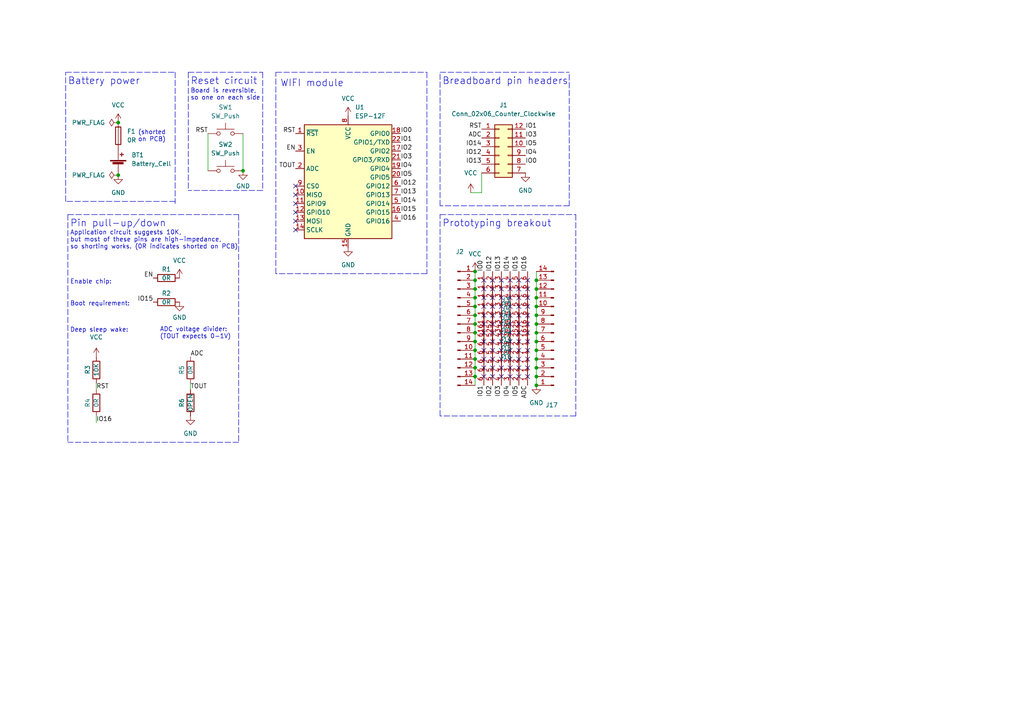
<source format=kicad_sch>
(kicad_sch (version 20211123) (generator eeschema)
  (paper "A4")
  (lib_symbols
    (symbol "Connector:Conn_01x06_Male" (pin_names (offset 1.016) hide)
      (property "Reference" "J" (at 0 7.62 0))
      (property "Value" "Conn_01x06_Male" (at 0 -10.16 0))
      (symbol "Conn_01x06_Male_1_1"
        (polyline (pts (xy 1.27 -7.62) (xy 0.8636 -7.62)) (stroke (width 0.1524)))
        (polyline (pts (xy 1.27 -5.08) (xy 0.8636 -5.08)) (stroke (width 0.1524)))
        (polyline (pts (xy 1.27 -2.54) (xy 0.8636 -2.54)) (stroke (width 0.1524)))
        (polyline (pts (xy 1.27 0) (xy 0.8636 0)) (stroke (width 0.1524)))
        (polyline (pts (xy 1.27 2.54) (xy 0.8636 2.54)) (stroke (width 0.1524)))
        (polyline (pts (xy 1.27 5.08) (xy 0.8636 5.08)) (stroke (width 0.1524)))
        (rectangle (start 0.8636 -7.493) (end 0 -7.747) (stroke (width 0.1524)) (fill (type outline)))
        (rectangle (start 0.8636 -4.953) (end 0 -5.207) (stroke (width 0.1524)) (fill (type outline)))
        (rectangle (start 0.8636 -2.413) (end 0 -2.667) (stroke (width 0.1524)) (fill (type outline)))
        (rectangle (start 0.8636 0.127) (end 0 -0.127) (stroke (width 0.1524)) (fill (type outline)))
        (rectangle (start 0.8636 2.667) (end 0 2.413) (stroke (width 0.1524)) (fill (type outline)))
        (rectangle (start 0.8636 5.207) (end 0 4.953) (stroke (width 0.1524)) (fill (type outline)))
        (pin passive line (at 5.08 5.08 180) (length 3.81) (name "Pin_1") (number "1"))
        (pin passive line (at 5.08 2.54 180) (length 3.81) (name "Pin_2") (number "2"))
        (pin passive line (at 5.08 0 180) (length 3.81) (name "Pin_3") (number "3"))
        (pin passive line (at 5.08 -2.54 180) (length 3.81) (name "Pin_4") (number "4"))
        (pin passive line (at 5.08 -5.08 180) (length 3.81) (name "Pin_5") (number "5"))
        (pin passive line (at 5.08 -7.62 180) (length 3.81) (name "Pin_6") (number "6"))
      )
    )
    (symbol "Connector:Conn_01x14_Male" (pin_names (offset 1.016) hide)
      (property "Reference" "J" (at 0 17.78 0))
      (property "Value" "Conn_01x14_Male" (at 0 -20.32 0))
      (symbol "Conn_01x14_Male_1_1"
        (polyline (pts (xy 1.27 -17.78) (xy 0.8636 -17.78)) (stroke (width 0.1524)))
        (polyline (pts (xy 1.27 -15.24) (xy 0.8636 -15.24)) (stroke (width 0.1524)))
        (polyline (pts (xy 1.27 -12.7) (xy 0.8636 -12.7)) (stroke (width 0.1524)))
        (polyline (pts (xy 1.27 -10.16) (xy 0.8636 -10.16)) (stroke (width 0.1524)))
        (polyline (pts (xy 1.27 -7.62) (xy 0.8636 -7.62)) (stroke (width 0.1524)))
        (polyline (pts (xy 1.27 -5.08) (xy 0.8636 -5.08)) (stroke (width 0.1524)))
        (polyline (pts (xy 1.27 -2.54) (xy 0.8636 -2.54)) (stroke (width 0.1524)))
        (polyline (pts (xy 1.27 0) (xy 0.8636 0)) (stroke (width 0.1524)))
        (polyline (pts (xy 1.27 2.54) (xy 0.8636 2.54)) (stroke (width 0.1524)))
        (polyline (pts (xy 1.27 5.08) (xy 0.8636 5.08)) (stroke (width 0.1524)))
        (polyline (pts (xy 1.27 7.62) (xy 0.8636 7.62)) (stroke (width 0.1524)))
        (polyline (pts (xy 1.27 10.16) (xy 0.8636 10.16)) (stroke (width 0.1524)))
        (polyline (pts (xy 1.27 12.7) (xy 0.8636 12.7)) (stroke (width 0.1524)))
        (polyline (pts (xy 1.27 15.24) (xy 0.8636 15.24)) (stroke (width 0.1524)))
        (rectangle (start 0.8636 -17.653) (end 0 -17.907) (stroke (width 0.1524)) (fill (type outline)))
        (rectangle (start 0.8636 -15.113) (end 0 -15.367) (stroke (width 0.1524)) (fill (type outline)))
        (rectangle (start 0.8636 -12.573) (end 0 -12.827) (stroke (width 0.1524)) (fill (type outline)))
        (rectangle (start 0.8636 -10.033) (end 0 -10.287) (stroke (width 0.1524)) (fill (type outline)))
        (rectangle (start 0.8636 -7.493) (end 0 -7.747) (stroke (width 0.1524)) (fill (type outline)))
        (rectangle (start 0.8636 -4.953) (end 0 -5.207) (stroke (width 0.1524)) (fill (type outline)))
        (rectangle (start 0.8636 -2.413) (end 0 -2.667) (stroke (width 0.1524)) (fill (type outline)))
        (rectangle (start 0.8636 0.127) (end 0 -0.127) (stroke (width 0.1524)) (fill (type outline)))
        (rectangle (start 0.8636 2.667) (end 0 2.413) (stroke (width 0.1524)) (fill (type outline)))
        (rectangle (start 0.8636 5.207) (end 0 4.953) (stroke (width 0.1524)) (fill (type outline)))
        (rectangle (start 0.8636 7.747) (end 0 7.493) (stroke (width 0.1524)) (fill (type outline)))
        (rectangle (start 0.8636 10.287) (end 0 10.033) (stroke (width 0.1524)) (fill (type outline)))
        (rectangle (start 0.8636 12.827) (end 0 12.573) (stroke (width 0.1524)) (fill (type outline)))
        (rectangle (start 0.8636 15.367) (end 0 15.113) (stroke (width 0.1524)) (fill (type outline)))
        (pin passive line (at 5.08 15.24 180) (length 3.81) (name "Pin_1") (number "1"))
        (pin passive line (at 5.08 -7.62 180) (length 3.81) (name "Pin_10") (number "10"))
        (pin passive line (at 5.08 -10.16 180) (length 3.81) (name "Pin_11") (number "11"))
        (pin passive line (at 5.08 -12.7 180) (length 3.81) (name "Pin_12") (number "12"))
        (pin passive line (at 5.08 -15.24 180) (length 3.81) (name "Pin_13") (number "13"))
        (pin passive line (at 5.08 -17.78 180) (length 3.81) (name "Pin_14") (number "14"))
        (pin passive line (at 5.08 12.7 180) (length 3.81) (name "Pin_2") (number "2"))
        (pin passive line (at 5.08 10.16 180) (length 3.81) (name "Pin_3") (number "3"))
        (pin passive line (at 5.08 7.62 180) (length 3.81) (name "Pin_4") (number "4"))
        (pin passive line (at 5.08 5.08 180) (length 3.81) (name "Pin_5") (number "5"))
        (pin passive line (at 5.08 2.54 180) (length 3.81) (name "Pin_6") (number "6"))
        (pin passive line (at 5.08 0 180) (length 3.81) (name "Pin_7") (number "7"))
        (pin passive line (at 5.08 -2.54 180) (length 3.81) (name "Pin_8") (number "8"))
        (pin passive line (at 5.08 -5.08 180) (length 3.81) (name "Pin_9") (number "9"))
      )
    )
    (symbol "Connector_Generic:Conn_02x06_Counter_Clockwise" (pin_names (offset 1.016) hide)
      (property "Reference" "J" (at 1.27 7.62 0))
      (property "Value" "Conn_02x06_Counter_Clockwise" (at 1.27 -10.16 0))
      (symbol "Conn_02x06_Counter_Clockwise_1_1"
        (rectangle (start -1.27 -7.493) (end 0 -7.747) (stroke (width 0.1524)))
        (rectangle (start -1.27 -4.953) (end 0 -5.207) (stroke (width 0.1524)))
        (rectangle (start -1.27 -2.413) (end 0 -2.667) (stroke (width 0.1524)))
        (rectangle (start -1.27 0.127) (end 0 -0.127) (stroke (width 0.1524)))
        (rectangle (start -1.27 2.667) (end 0 2.413) (stroke (width 0.1524)))
        (rectangle (start -1.27 5.207) (end 0 4.953) (stroke (width 0.1524)))
        (rectangle (start -1.27 6.35) (end 3.81 -8.89) (stroke (width 0.254)) (fill (type background)))
        (rectangle (start 3.81 -7.493) (end 2.54 -7.747) (stroke (width 0.1524)))
        (rectangle (start 3.81 -4.953) (end 2.54 -5.207) (stroke (width 0.1524)))
        (rectangle (start 3.81 -2.413) (end 2.54 -2.667) (stroke (width 0.1524)))
        (rectangle (start 3.81 0.127) (end 2.54 -0.127) (stroke (width 0.1524)))
        (rectangle (start 3.81 2.667) (end 2.54 2.413) (stroke (width 0.1524)))
        (rectangle (start 3.81 5.207) (end 2.54 4.953) (stroke (width 0.1524)))
        (pin passive line (at -5.08 5.08 0) (length 3.81) (name "Pin_1") (number "1"))
        (pin passive line (at 7.62 0 180) (length 3.81) (name "Pin_10") (number "10"))
        (pin passive line (at 7.62 2.54 180) (length 3.81) (name "Pin_11") (number "11"))
        (pin passive line (at 7.62 5.08 180) (length 3.81) (name "Pin_12") (number "12"))
        (pin passive line (at -5.08 2.54 0) (length 3.81) (name "Pin_2") (number "2"))
        (pin passive line (at -5.08 0 0) (length 3.81) (name "Pin_3") (number "3"))
        (pin passive line (at -5.08 -2.54 0) (length 3.81) (name "Pin_4") (number "4"))
        (pin passive line (at -5.08 -5.08 0) (length 3.81) (name "Pin_5") (number "5"))
        (pin passive line (at -5.08 -7.62 0) (length 3.81) (name "Pin_6") (number "6"))
        (pin passive line (at 7.62 -7.62 180) (length 3.81) (name "Pin_7") (number "7"))
        (pin passive line (at 7.62 -5.08 180) (length 3.81) (name "Pin_8") (number "8"))
        (pin passive line (at 7.62 -2.54 180) (length 3.81) (name "Pin_9") (number "9"))
      )
    )
    (symbol "Device:Battery_Cell" (pin_numbers hide) (pin_names (offset 0) hide)
      (property "Reference" "BT" (at 2.54 2.54 0))
      (property "Value" "Battery_Cell" (at 2.54 0 0))
      (symbol "Battery_Cell_0_1"
        (rectangle (start -2.286 1.778) (end 2.286 1.524) (fill (type outline)))
        (rectangle (start -1.5748 1.1938) (end 1.4732 0.6858) (fill (type outline)))
        (polyline (pts (xy 0 0.762) (xy 0 0)))
        (polyline (pts (xy 0 1.778) (xy 0 2.54)))
        (polyline (pts (xy 0.508 3.429) (xy 1.524 3.429)) (stroke (width 0.254)))
        (polyline (pts (xy 1.016 3.937) (xy 1.016 2.921)) (stroke (width 0.254)))
      )
      (symbol "Battery_Cell_1_1"
        (pin passive line (at 0 5.08 270) (length 2.54) (name "+") (number "1"))
        (pin passive line (at 0 -2.54 90) (length 2.54) (name "-") (number "2"))
      )
    )
    (symbol "Device:Fuse" (pin_numbers hide) (pin_names (offset 0))
      (property "Reference" "F" (at 2.032 0 90))
      (property "Value" "Fuse" (at -1.905 0 90))
      (symbol "Fuse_0_1"
        (rectangle (start -0.762 -2.54) (end 0.762 2.54) (stroke (width 0.254)))
        (polyline (pts (xy 0 2.54) (xy 0 -2.54)))
      )
      (symbol "Fuse_1_1"
        (pin passive line (at 0 3.81 270) (length 1.27) (name "~") (number "1"))
        (pin passive line (at 0 -3.81 90) (length 1.27) (name "~") (number "2"))
      )
    )
    (symbol "Device:R" (pin_numbers hide) (pin_names (offset 0))
      (property "Reference" "R" (at 2.032 0 90))
      (property "Value" "R" (at 0 0 90))
      (symbol "R_0_1"
        (rectangle (start -1.016 -2.54) (end 1.016 2.54) (stroke (width 0.254)))
      )
      (symbol "R_1_1"
        (pin passive line (at 0 3.81 270) (length 1.27) (name "~") (number "1"))
        (pin passive line (at 0 -3.81 90) (length 1.27) (name "~") (number "2"))
      )
    )
    (symbol "RF_Module:ESP-12F"
      (property "Reference" "U" (at -12.7 19.05 0))
      (property "Value" "ESP-12F" (at 12.7 19.05 0))
      (symbol "ESP-12F_0_1"
        (rectangle (start -12.7 17.78) (end 12.7 -15.24) (stroke (width 0.254)) (fill (type background)))
      )
      (symbol "ESP-12F_1_1"
        (pin input line (at -15.24 15.24 0) (length 2.54) (name "~{RST}") (number "1"))
        (pin bidirectional line (at -15.24 -2.54 0) (length 2.54) (name "MISO") (number "10"))
        (pin bidirectional line (at -15.24 -5.08 0) (length 2.54) (name "GPIO9") (number "11"))
        (pin bidirectional line (at -15.24 -7.62 0) (length 2.54) (name "GPIO10") (number "12"))
        (pin bidirectional line (at -15.24 -10.16 0) (length 2.54) (name "MOSI") (number "13"))
        (pin bidirectional line (at -15.24 -12.7 0) (length 2.54) (name "SCLK") (number "14"))
        (pin power_in line (at 0 -17.78 90) (length 2.54) (name "GND") (number "15"))
        (pin bidirectional line (at 15.24 -7.62 180) (length 2.54) (name "GPIO15") (number "16"))
        (pin bidirectional line (at 15.24 10.16 180) (length 2.54) (name "GPIO2") (number "17"))
        (pin bidirectional line (at 15.24 15.24 180) (length 2.54) (name "GPIO0") (number "18"))
        (pin bidirectional line (at 15.24 5.08 180) (length 2.54) (name "GPIO4") (number "19"))
        (pin input line (at -15.24 5.08 0) (length 2.54) (name "ADC") (number "2"))
        (pin bidirectional line (at 15.24 2.54 180) (length 2.54) (name "GPIO5") (number "20"))
        (pin bidirectional line (at 15.24 7.62 180) (length 2.54) (name "GPIO3/RXD") (number "21"))
        (pin bidirectional line (at 15.24 12.7 180) (length 2.54) (name "GPIO1/TXD") (number "22"))
        (pin input line (at -15.24 10.16 0) (length 2.54) (name "EN") (number "3"))
        (pin bidirectional line (at 15.24 -10.16 180) (length 2.54) (name "GPIO16") (number "4"))
        (pin bidirectional line (at 15.24 -5.08 180) (length 2.54) (name "GPIO14") (number "5"))
        (pin bidirectional line (at 15.24 0 180) (length 2.54) (name "GPIO12") (number "6"))
        (pin bidirectional line (at 15.24 -2.54 180) (length 2.54) (name "GPIO13") (number "7"))
        (pin power_in line (at 0 20.32 270) (length 2.54) (name "VCC") (number "8"))
        (pin input line (at -15.24 0 0) (length 2.54) (name "CS0") (number "9"))
      )
    )
    (symbol "Switch:SW_Push" (pin_numbers hide) (pin_names (offset 1.016) hide)
      (property "Reference" "SW" (at 1.27 2.54 0))
      (property "Value" "SW_Push" (at 0 -1.524 0))
      (symbol "SW_Push_0_1"
        (circle (center -2.032 0) (radius 0.508))
        (polyline (pts (xy 0 1.27) (xy 0 3.048)))
        (polyline (pts (xy 2.54 1.27) (xy -2.54 1.27)))
        (circle (center 2.032 0) (radius 0.508))
        (pin passive line (at -5.08 0 0) (length 2.54) (name "1") (number "1"))
        (pin passive line (at 5.08 0 180) (length 2.54) (name "2") (number "2"))
      )
    )
    (symbol "power:GND" (power) (pin_names (offset 0))
      (property "Value" "GND" (at 0 -3.81 0))
      (symbol "GND_0_1"
        (polyline (pts (xy 0 0) (xy 0 -1.27) (xy 1.27 -1.27) (xy 0 -2.54) (xy -1.27 -1.27) (xy 0 -1.27)))
      )
      (symbol "GND_1_1"
        (pin power_in line (at 0 0 270) (length 0) hide (name "GND") (number "1"))
      )
    )
    (symbol "power:PWR_FLAG" (power) (pin_numbers hide) (pin_names (offset 0) hide)
      (property "Value" "PWR_FLAG" (at 0 3.81 0))
      (symbol "PWR_FLAG_0_0"
        (pin power_out line (at 0 0 90) (length 0) (name "pwr") (number "1"))
      )
      (symbol "PWR_FLAG_0_1"
        (polyline (pts (xy 0 0) (xy 0 1.27) (xy -1.016 1.905) (xy 0 2.54) (xy 1.016 1.905) (xy 0 1.27)))
      )
    )
    (symbol "power:VCC" (power) (pin_names (offset 0))
      (property "Value" "VCC" (at 0 3.81 0))
      (symbol "VCC_0_1"
        (polyline (pts (xy -0.762 1.27) (xy 0 2.54)))
        (polyline (pts (xy 0 0) (xy 0 2.54)))
        (polyline (pts (xy 0 2.54) (xy 0.762 1.27)))
      )
      (symbol "VCC_1_1"
        (pin power_in line (at 0 0 90) (length 0) hide (name "VCC") (number "1"))
      )
    )
  )
  (junction (at 137.795 99.06))
  (junction (at 155.575 104.14))
  (junction (at 137.795 81.28))
  (junction (at 34.29 50.8))
  (junction (at 137.795 93.98))
  (junction (at 137.795 106.68))
  (junction (at 137.795 78.74))
  (junction (at 137.795 96.52))
  (junction (at 137.795 104.14))
  (junction (at 34.29 35.56))
  (junction (at 155.575 91.44))
  (junction (at 155.575 81.28))
  (junction (at 137.795 101.6))
  (junction (at 137.795 86.36))
  (junction (at 155.575 111.76))
  (junction (at 155.575 83.82))
  (junction (at 137.795 83.82))
  (junction (at 155.575 96.52))
  (junction (at 137.795 88.9))
  (junction (at 137.795 109.22))
  (junction (at 137.795 91.44))
  (junction (at 155.575 106.68))
  (junction (at 70.485 49.53))
  (junction (at 155.575 109.22))
  (junction (at 155.575 88.9))
  (junction (at 155.575 99.06))
  (junction (at 155.575 101.6))
  (junction (at 155.575 93.98))
  (junction (at 155.575 86.36))
  (no_connect (at 140.335 99.06))
  (no_connect (at 142.875 99.06))
  (no_connect (at 145.415 106.68))
  (no_connect (at 153.035 81.28))
  (no_connect (at 153.035 101.6))
  (no_connect (at 145.415 86.36))
  (no_connect (at 145.415 109.22))
  (no_connect (at 142.875 86.36))
  (no_connect (at 145.415 96.52))
  (no_connect (at 140.335 106.68))
  (no_connect (at 140.335 101.6))
  (no_connect (at 140.335 109.22))
  (no_connect (at 145.415 101.6))
  (no_connect (at 140.335 83.82))
  (no_connect (at 142.875 81.28))
  (no_connect (at 150.495 106.68))
  (no_connect (at 142.875 104.14))
  (no_connect (at 150.495 109.22))
  (no_connect (at 140.335 96.52))
  (no_connect (at 153.035 106.68))
  (no_connect (at 147.955 88.9))
  (no_connect (at 145.415 91.44))
  (no_connect (at 147.955 83.82))
  (no_connect (at 145.415 99.06))
  (no_connect (at 147.955 81.28))
  (no_connect (at 150.495 104.14))
  (no_connect (at 145.415 93.98))
  (no_connect (at 153.035 109.22))
  (no_connect (at 147.955 96.52))
  (no_connect (at 145.415 88.9))
  (no_connect (at 153.035 86.36))
  (no_connect (at 147.955 101.6))
  (no_connect (at 142.875 96.52))
  (no_connect (at 140.335 86.36))
  (no_connect (at 150.495 99.06))
  (no_connect (at 85.725 53.975))
  (no_connect (at 85.725 64.135))
  (no_connect (at 85.725 66.675))
  (no_connect (at 85.725 56.515))
  (no_connect (at 85.725 59.055))
  (no_connect (at 85.725 61.595))
  (no_connect (at 147.955 99.06))
  (no_connect (at 147.955 93.98))
  (no_connect (at 142.875 93.98))
  (no_connect (at 153.035 104.14))
  (no_connect (at 153.035 88.9))
  (no_connect (at 147.955 106.68))
  (no_connect (at 140.335 81.28))
  (no_connect (at 150.495 88.9))
  (no_connect (at 150.495 93.98))
  (no_connect (at 145.415 104.14))
  (no_connect (at 153.035 99.06))
  (no_connect (at 150.495 86.36))
  (no_connect (at 142.875 83.82))
  (no_connect (at 150.495 96.52))
  (no_connect (at 153.035 91.44))
  (no_connect (at 142.875 101.6))
  (no_connect (at 140.335 91.44))
  (no_connect (at 142.875 109.22))
  (no_connect (at 147.955 86.36))
  (no_connect (at 153.035 93.98))
  (no_connect (at 142.875 91.44))
  (no_connect (at 145.415 81.28))
  (no_connect (at 150.495 101.6))
  (no_connect (at 150.495 83.82))
  (no_connect (at 153.035 96.52))
  (no_connect (at 140.335 88.9))
  (no_connect (at 150.495 91.44))
  (no_connect (at 147.955 104.14))
  (no_connect (at 140.335 104.14))
  (no_connect (at 142.875 106.68))
  (no_connect (at 147.955 91.44))
  (no_connect (at 140.335 93.98))
  (no_connect (at 150.495 81.28))
  (no_connect (at 147.955 109.22))
  (no_connect (at 153.035 83.82))
  (no_connect (at 145.415 83.82))
  (no_connect (at 142.875 88.9))
  (wire (pts (xy 155.575 109.22) (xy 155.575 111.76)))
  (wire (pts (xy 139.7 55.88) (xy 139.7 50.165)))
  (wire (pts (xy 60.325 38.735) (xy 60.325 49.53)))
  (wire (pts (xy 137.795 78.74) (xy 137.795 81.28)))
  (wire (pts (xy 155.575 78.74) (xy 155.575 81.28)))
  (wire (pts (xy 27.94 120.65) (xy 27.94 122.555)))
  (polyline (pts (xy 127.635 20.955) (xy 165.1 20.955)))
  (polyline (pts (xy 19.685 62.23) (xy 19.685 128.27)))
  (polyline (pts (xy 50.8 58.42) (xy 19.05 58.42)))
  (polyline (pts (xy 127.635 120.65) (xy 127.635 62.23)))
  (wire (pts (xy 137.795 96.52) (xy 137.795 99.06)))
  (wire (pts (xy 137.795 83.82) (xy 137.795 86.36)))
  (polyline (pts (xy 80.01 79.375) (xy 80.01 20.955)))
  (polyline (pts (xy 127.635 62.23) (xy 167.005 62.23)))
  (wire (pts (xy 27.94 111.125) (xy 27.94 113.03)))
  (polyline (pts (xy 54.61 20.955) (xy 54.61 55.245)))
  (wire (pts (xy 70.485 38.735) (xy 70.485 49.53)))
  (polyline (pts (xy 50.8 20.955) (xy 50.8 59.055)))
  (wire (pts (xy 155.575 101.6) (xy 155.575 104.14)))
  (polyline (pts (xy 165.1 59.69) (xy 127.635 59.69)))
  (wire (pts (xy 137.795 101.6) (xy 137.795 104.14)))
  (wire (pts (xy 155.575 88.9) (xy 155.575 91.44)))
  (polyline (pts (xy 123.825 20.955) (xy 123.825 79.375)))
  (wire (pts (xy 137.795 88.9) (xy 137.795 91.44)))
  (polyline (pts (xy 19.05 20.955) (xy 50.8 20.955)))
  (wire (pts (xy 137.795 81.28) (xy 137.795 83.82)))
  (wire (pts (xy 155.575 99.06) (xy 155.575 101.6)))
  (wire (pts (xy 137.795 91.44) (xy 137.795 93.98)))
  (wire (pts (xy 55.245 111.125) (xy 55.245 113.03)))
  (wire (pts (xy 155.575 91.44) (xy 155.575 93.98)))
  (polyline (pts (xy 69.215 128.27) (xy 19.685 128.27)))
  (polyline (pts (xy 80.01 20.955) (xy 123.825 20.955)))
  (wire (pts (xy 155.575 83.82) (xy 155.575 86.36)))
  (wire (pts (xy 155.575 96.52) (xy 155.575 99.06)))
  (wire (pts (xy 137.795 104.14) (xy 137.795 106.68)))
  (polyline (pts (xy 167.005 62.23) (xy 167.005 120.65)))
  (wire (pts (xy 155.575 104.14) (xy 155.575 106.68)))
  (polyline (pts (xy 127.635 59.69) (xy 127.635 20.955)))
  (wire (pts (xy 137.795 99.06) (xy 137.795 101.6)))
  (wire (pts (xy 155.575 86.36) (xy 155.575 88.9)))
  (polyline (pts (xy 76.2 55.245) (xy 54.61 55.245)))
  (polyline (pts (xy 19.685 62.23) (xy 69.215 62.23)))
  (wire (pts (xy 155.575 93.98) (xy 155.575 96.52)))
  (polyline (pts (xy 123.825 79.375) (xy 80.01 79.375)))
  (wire (pts (xy 155.575 81.28) (xy 155.575 83.82)))
  (wire (pts (xy 137.795 109.22) (xy 137.795 111.76)))
  (polyline (pts (xy 19.05 58.42) (xy 19.05 20.955)))
  (wire (pts (xy 137.795 93.98) (xy 137.795 96.52)))
  (polyline (pts (xy 54.61 20.955) (xy 76.2 20.955)))
  (polyline (pts (xy 165.1 21.59) (xy 165.1 59.69)))
  (wire (pts (xy 137.795 106.68) (xy 137.795 109.22)))
  (wire (pts (xy 137.795 86.36) (xy 137.795 88.9)))
  (polyline (pts (xy 69.215 62.23) (xy 69.215 128.27)))
  (polyline (pts (xy 167.005 120.65) (xy 127.635 120.65)))
  (polyline (pts (xy 76.2 20.955) (xy 76.2 55.245)))
  (wire (pts (xy 136.525 55.88) (xy 139.7 55.88)))
  (wire (pts (xy 155.575 106.68) (xy 155.575 109.22)))
  (text "Reset circuit" (at 55.245 24.765 0) (effects (font (size 2 2)) (justify left bottom)))
  (text "Deep sleep wake:" (at 20.32 96.52 0) (effects (font (size 1.27 1.27)) (justify left bottom)))
  (text "(shorted\non PCB)" (at 40.005 41.275 0) (effects (font (size 1.27 1.27)) (justify left bottom)))
  (text "Prototyping breakout" (at 128.27 66.04 0) (effects (font (size 2 2)) (justify left bottom)))
  (text "Pin pull-up/down" (at 20.32 66.04 0) (effects (font (size 2 2)) (justify left bottom)))
  (text "Boot requirement:" (at 20.32 88.9 0) (effects (font (size 1.27 1.27)) (justify left bottom)))
  (text "Application circuit suggests 10K,\nbut most of these pins are high-impedance,\nso shorting works. (0R indicates shorted on PCB)" (at 20.32 72.39 0) (effects (font (size 1.27 1.27)) (justify left bottom)))
  (text "Enable chip:" (at 20.32 82.55 0) (effects (font (size 1.27 1.27)) (justify left bottom)))
  (text "Battery power" (at 19.685 24.765 0) (effects (font (size 2 2)) (justify left bottom)))
  (text "WIFI module" (at 81.28 25.4 0) (effects (font (size 2 2)) (justify left bottom)))
  (text "Board is reversible,\nso one on each side" (at 55.245 29.21 0) (effects (font (size 1.27 1.27)) (justify left bottom)))
  (text "Breadboard pin headers" (at 128.27 24.765 0) (effects (font (size 2 2)) (justify left bottom)))
  (text "ADC voltage divider:\n(TOUT expects 0-1V)" (at 46.355 98.425 0) (effects (font (size 1.27 1.27)) (justify left bottom)))
  (label "IO3" (at 116.205 46.355 0))
  (label "IO4" (at 147.955 111.76 270))
  (label "RST" (at 85.725 38.735 180))
  (label "RST" (at 27.94 113.03 0))
  (label "IO2" (at 142.875 111.76 270))
  (label "RST" (at 60.325 38.735 180))
  (label "IO0" (at 140.335 78.74 90))
  (label "IO13" (at 139.7 47.625 180))
  (label "IO12" (at 142.875 78.74 90))
  (label "IO14" (at 147.955 78.74 90))
  (label "IO1" (at 116.205 41.275 0))
  (label "IO1" (at 140.335 111.76 270))
  (label "IO15" (at 116.205 61.595 0))
  (label "TOUT" (at 55.245 113.03 0))
  (label "IO14" (at 139.7 42.545 180))
  (label "IO16" (at 153.035 78.74 90))
  (label "IO3" (at 152.4 40.005 0))
  (label "ADC" (at 139.7 40.005 180))
  (label "EN" (at 44.45 80.645 180))
  (label "IO1" (at 152.4 37.465 0))
  (label "IO5" (at 116.205 51.435 0))
  (label "IO16" (at 27.94 122.555 0))
  (label "ADC" (at 153.035 111.76 270))
  (label "IO12" (at 139.7 45.085 180))
  (label "IO12" (at 116.205 53.975 0))
  (label "IO13" (at 145.415 78.74 90))
  (label "IO4" (at 116.205 48.895 0))
  (label "ADC" (at 55.245 103.505 0))
  (label "IO16" (at 116.205 64.135 0))
  (label "IO5" (at 150.495 111.76 270))
  (label "IO0" (at 116.205 38.735 0))
  (label "IO15" (at 150.495 78.74 90))
  (label "EN" (at 85.725 43.815 180))
  (label "IO0" (at 152.4 47.625 0))
  (label "IO14" (at 116.205 59.055 0))
  (label "IO3" (at 145.415 111.76 270))
  (label "IO15" (at 44.45 87.63 180))
  (label "IO2" (at 116.205 43.815 0))
  (label "IO4" (at 152.4 45.085 0))
  (label "TOUT" (at 85.725 48.895 180))
  (label "IO13" (at 116.205 56.515 0))
  (label "RST" (at 139.7 37.465 180))
  (label "IO5" (at 152.4 42.545 0))
  (symbol (lib_id "Device:R") (at 27.94 107.315 0) (unit 1)
    (property "Reference" "R3" (at 25.4 108.585 90) (effects (justify left)))
    (property "Value" "10K" (at 27.94 109.22 90) (effects (justify left)))
    (property "Footprint" "Resistor_SMD:R_0603_1608Metric" (effects hide))
  )
  (symbol (lib_id "Connector:Conn_01x06_Male") (at 145.415 88.9 90) (unit 1)
    (property "Reference" "J5" (at 146.685 92.075 90))
    (property "Value" "Conn_01x06_Male" (effects hide))
    (property "Footprint" "2.54mm_Pin_Headers:Standalone_1x06" (effects hide))
  )
  (symbol (lib_id "power:GND") (at 100.965 71.755 0) (unit 1)
    (property "Reference" "#PWR04" (effects hide))
    (property "Value" "GND" (at 100.965 76.835 0))
  )
  (symbol (lib_id "Device:R") (at 55.245 107.315 0) (unit 1)
    (property "Reference" "R5" (at 52.705 107.315 90))
    (property "Value" "0R" (at 55.245 107.315 90))
    (property "Footprint" "KiCadBased:R_0603_1608Metric_Bridged" (effects hide))
  )
  (symbol (lib_id "Connector:Conn_01x06_Male") (at 147.955 93.98 270) (unit 1)
    (property "Reference" "J11" (at 146.685 90.805 90))
    (property "Value" "Conn_01x06_Male" (effects hide))
    (property "Footprint" "2.54mm_Pin_Headers:Standalone_1x06" (effects hide))
  )
  (symbol (lib_id "power:VCC") (at 52.07 80.645 0) (unit 1)
    (property "Reference" "#PWR0105" (effects hide))
    (property "Value" "VCC" (at 52.07 75.565 0))
  )
  (symbol (lib_id "Connector:Conn_01x06_Male") (at 145.415 96.52 90) (unit 1)
    (property "Reference" "J8" (at 146.685 99.695 90))
    (property "Value" "Conn_01x06_Male" (effects hide))
    (property "Footprint" "2.54mm_Pin_Headers:Standalone_1x06" (effects hide))
  )
  (symbol (lib_id "Device:R") (at 48.26 80.645 270) (unit 1)
    (property "Reference" "R1" (at 48.26 78.105 90))
    (property "Value" "0R" (at 48.26 80.645 90))
    (property "Footprint" "KiCadBased:R_0603_1608Metric_Bridged" (effects hide))
  )
  (symbol (lib_id "power:VCC") (at 27.94 103.505 0) (unit 1)
    (property "Reference" "#PWR0101" (effects hide))
    (property "Value" "VCC" (at 27.94 97.79 0))
  )
  (symbol (lib_id "power:GND") (at 34.29 50.8 0) (unit 1)
    (property "Reference" "#PWR02" (effects hide))
    (property "Value" "GND" (at 34.29 55.88 0))
  )
  (symbol (lib_id "power:VCC") (at 136.525 55.88 0) (unit 1)
    (property "Reference" "#PWR0103" (effects hide))
    (property "Value" "VCC" (at 136.525 50.165 0))
  )
  (symbol (lib_id "RF_Module:ESP-12F") (at 100.965 53.975 0) (unit 1)
    (property "Reference" "U1" (at 102.9844 31.115 0) (effects (justify left)))
    (property "Value" "ESP-12F" (at 102.9844 33.655 0) (effects (justify left)))
    (property "Footprint" "KiCadBased:ESP-12E_THT" (effects hide))
    (property "Datasheet" "http://wiki.ai-thinker.com/_media/esp8266/esp8266_series_modules_user_manual_v1.1.pdf" (effects hide))
  )
  (symbol (lib_id "Connector:Conn_01x06_Male") (at 147.955 96.52 270) (unit 1)
    (property "Reference" "J12" (at 146.685 93.345 90))
    (property "Value" "Conn_01x06_Male" (effects hide))
    (property "Footprint" "2.54mm_Pin_Headers:Standalone_1x06" (effects hide))
  )
  (symbol (lib_id "power:VCC") (at 100.965 33.655 0) (unit 1)
    (property "Reference" "#PWR03" (effects hide))
    (property "Value" "VCC" (at 100.965 28.575 0))
  )
  (symbol (lib_id "power:GND") (at 55.245 120.65 0) (unit 1)
    (property "Reference" "#PWR06" (effects hide))
    (property "Value" "GND" (at 55.245 125.73 0))
  )
  (symbol (lib_id "Device:R") (at 48.26 87.63 270) (unit 1)
    (property "Reference" "R2" (at 48.26 85.09 90))
    (property "Value" "0R" (at 48.26 87.63 90))
    (property "Footprint" "KiCadBased:R_0603_1608Metric_Bridged" (effects hide))
  )
  (symbol (lib_id "Connector:Conn_01x06_Male") (at 145.415 86.36 90) (unit 1)
    (property "Reference" "J4" (at 146.685 89.535 90))
    (property "Value" "Conn_01x06_Male" (effects hide))
    (property "Footprint" "2.54mm_Pin_Headers:Standalone_1x06" (effects hide))
  )
  (symbol (lib_id "Connector:Conn_01x06_Male") (at 145.415 91.44 90) (unit 1)
    (property "Reference" "J6" (at 146.685 94.615 90))
    (property "Value" "Conn_01x06_Male" (effects hide))
    (property "Footprint" "2.54mm_Pin_Headers:Standalone_1x06" (effects hide))
  )
  (symbol (lib_id "power:GND") (at 155.575 111.76 0) (unit 1)
    (property "Reference" "#PWR09" (effects hide))
    (property "Value" "GND" (at 155.575 116.84 0))
  )
  (symbol (lib_id "power:PWR_FLAG") (at 34.29 35.56 90) (unit 1)
    (property "Reference" "#FLG0101" (effects hide))
    (property "Value" "PWR_FLAG" (at 30.48 35.5599 90) (effects (justify left)))
  )
  (symbol (lib_id "Device:Fuse") (at 34.29 39.37 180) (unit 1)
    (property "Reference" "F1" (at 36.83 38.0999 0) (effects (justify right)))
    (property "Value" "0R" (at 36.83 40.6399 0) (effects (justify right)))
    (property "Footprint" "KiCadBased:Fuse_1812_4532Metric_Pad1.30x3.40mm_HandSolder" (effects hide))
  )
  (symbol (lib_id "Connector:Conn_01x14_Male") (at 160.655 96.52 180) (unit 1)
    (property "Reference" "J17" (at 160.02 117.475 0))
    (property "Value" "Conn_01x14_Male" (effects hide))
    (property "Footprint" "2.54mm_Pin_Headers:Standalone_1x14" (effects hide))
  )
  (symbol (lib_id "Connector:Conn_01x06_Male") (at 145.415 99.06 90) (unit 1)
    (property "Reference" "J9" (at 146.685 102.235 90))
    (property "Value" "Conn_01x06_Male" (effects hide))
    (property "Footprint" "2.54mm_Pin_Headers:Standalone_1x06" (effects hide))
  )
  (symbol (lib_id "power:VCC") (at 34.29 35.56 0) (unit 1)
    (property "Reference" "#PWR01" (effects hide))
    (property "Value" "VCC" (at 34.29 30.48 0))
  )
  (symbol (lib_id "power:VCC") (at 137.795 78.74 0) (unit 1)
    (property "Reference" "#PWR08" (effects hide))
    (property "Value" "VCC" (at 137.795 73.66 0))
  )
  (symbol (lib_id "Connector:Conn_01x06_Male") (at 145.415 93.98 90) (unit 1)
    (property "Reference" "J7" (at 146.685 97.155 90))
    (property "Value" "Conn_01x06_Male" (effects hide))
    (property "Footprint" "2.54mm_Pin_Headers:Standalone_1x06" (effects hide))
  )
  (symbol (lib_id "Device:R") (at 27.94 116.84 0) (unit 1)
    (property "Reference" "R4" (at 25.4 116.84 90))
    (property "Value" "0R" (at 27.94 116.84 90))
    (property "Footprint" "KiCadBased:R_0603_1608Metric_Bridged" (effects hide))
  )
  (symbol (lib_id "Connector:Conn_01x06_Male") (at 147.955 99.06 270) (unit 1)
    (property "Reference" "J13" (at 146.685 95.885 90))
    (property "Value" "Conn_01x06_Male" (effects hide))
    (property "Footprint" "2.54mm_Pin_Headers:Standalone_1x06" (effects hide))
  )
  (symbol (lib_id "power:GND") (at 52.07 87.63 0) (unit 1)
    (property "Reference" "#PWR0106" (effects hide))
    (property "Value" "GND" (at 52.07 92.075 0))
  )
  (symbol (lib_id "power:GND") (at 152.4 50.165 0) (unit 1)
    (property "Reference" "#PWR0104" (effects hide))
    (property "Value" "GND" (at 152.4 55.245 0))
  )
  (symbol (lib_id "Connector:Conn_01x14_Male") (at 132.715 93.98 0) (unit 1)
    (property "Reference" "J2" (at 133.35 73.025 0))
    (property "Value" "Conn_01x14_Male" (effects hide))
    (property "Footprint" "2.54mm_Pin_Headers:Standalone_1x14" (effects hide))
  )
  (symbol (lib_id "Connector_Generic:Conn_02x06_Counter_Clockwise") (at 144.78 42.545 0) (unit 1)
    (property "Reference" "J1" (at 146.05 30.48 0))
    (property "Value" "Conn_02x06_Counter_Clockwise" (at 146.05 33.02 0))
    (property "Footprint" "Package_DIP:DIP-12_W7.62mm" (effects hide))
  )
  (symbol (lib_id "Connector:Conn_01x06_Male") (at 147.955 104.14 270) (unit 1)
    (property "Reference" "J15" (at 146.685 100.965 90))
    (property "Value" "Conn_01x06_Male" (effects hide))
    (property "Footprint" "2.54mm_Pin_Headers:Standalone_1x06" (effects hide))
  )
  (symbol (lib_id "Switch:SW_Push") (at 65.405 38.735 0) (unit 1)
    (property "Reference" "SW1" (at 65.405 31.115 0))
    (property "Value" "SW_Push" (at 65.405 33.655 0))
    (property "Footprint" "Button_Switch_SMD:SW_SPST_SKQG_WithStem" (effects hide))
  )
  (symbol (lib_id "Switch:SW_Push") (at 65.405 49.53 0) (unit 1)
    (property "Reference" "SW2" (at 65.405 41.91 0))
    (property "Value" "SW_Push" (at 65.405 44.45 0))
    (property "Footprint" "Button_Switch_SMD:SW_SPST_SKQG_WithStem" (effects hide))
  )
  (symbol (lib_id "Device:Battery_Cell") (at 34.29 48.26 0) (unit 1)
    (property "Reference" "BT1" (at 38.1 44.9579 0) (effects (justify left)))
    (property "Value" "Battery_Cell" (at 38.1 47.4979 0) (effects (justify left)))
    (property "Footprint" "Battery:BatteryHolder_MPD_BH-18650-PC2" (effects hide))
  )
  (symbol (lib_id "power:GND") (at 70.485 49.53 0) (unit 1)
    (property "Reference" "#PWR05" (effects hide))
    (property "Value" "GND" (at 70.485 53.975 0))
  )
  (symbol (lib_id "power:PWR_FLAG") (at 34.29 50.8 90) (unit 1)
    (property "Reference" "#FLG0102" (effects hide))
    (property "Value" "PWR_FLAG" (at 30.48 50.7999 90) (effects (justify left)))
  )
  (symbol (lib_id "Connector:Conn_01x06_Male") (at 147.955 91.44 270) (unit 1)
    (property "Reference" "J10" (at 146.685 88.265 90))
    (property "Value" "Conn_01x06_Male" (effects hide))
    (property "Footprint" "2.54mm_Pin_Headers:Standalone_1x06" (effects hide))
  )
  (symbol (lib_id "Connector:Conn_01x06_Male") (at 145.415 83.82 90) (unit 1)
    (property "Reference" "J3" (at 146.685 86.995 90))
    (property "Value" "Conn_01x06_Male" (effects hide))
    (property "Footprint" "2.54mm_Pin_Headers:Standalone_1x06" (effects hide))
  )
  (symbol (lib_id "Device:R") (at 55.245 116.84 0) (unit 1)
    (property "Reference" "R6" (at 52.705 116.84 90))
    (property "Value" "OPEN" (at 55.245 116.84 90))
    (property "Footprint" "Resistor_SMD:R_0603_1608Metric" (effects hide))
  )
  (symbol (lib_id "Connector:Conn_01x06_Male") (at 147.955 106.68 270) (unit 1)
    (property "Reference" "J16" (at 146.685 103.505 90))
    (property "Value" "Conn_01x06_Male" (effects hide))
    (property "Footprint" "2.54mm_Pin_Headers:Standalone_1x06" (effects hide))
  )
  (symbol (lib_id "Connector:Conn_01x06_Male") (at 147.955 101.6 270) (unit 1)
    (property "Reference" "J14" (at 146.685 98.425 90))
    (property "Value" "Conn_01x06_Male" (effects hide))
    (property "Footprint" "2.54mm_Pin_Headers:Standalone_1x06" (effects hide))
  )
)
</source>
